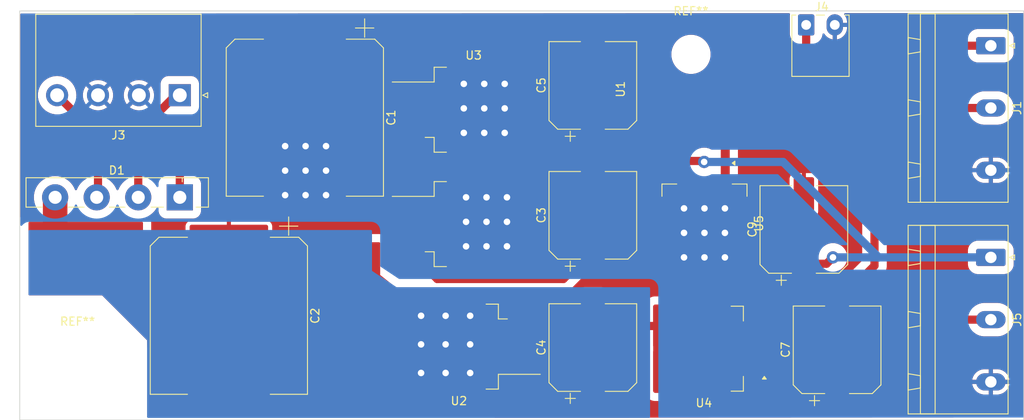
<source format=kicad_pcb>
(kicad_pcb (version 20240108) (generator "pcbnew") (generator_version "8.0")
  (layers (0 "F.Cu" signal) (31 "B.Cu" signal) (34 "B.Paste" user) (35 "F.Paste" user) (36 "B.SilkS" user "B.Silkscreen") (37 "F.SilkS" user "F.Silkscreen") (38 "B.Mask" user) (39 "F.Mask" user) (44 "Edge.Cuts" user))
  (net 0 "")
  (net 1 "Net-(D1-+)")
  (net 2 "GND")
  (net 3 "+24VDC")
  (net 4 "-24VDC")
  (net 5 "-24AC")
  (net 6 "+24AC")
  (net 7 "+24VDC_fan")
  (net 8 "Net-(D1--)")
  (net 9 "-15VDC")
  (net 10 "+15VDC")
  (footprint "Package_TO_SOT_SMD:TO-263-2" (layer "F.Cu") (at 165.649122 81.697 -90)
    (property "Reference" "U5" (at 0 -6.65 90) (layer "F.SilkS"))
    (property "Value" "L7815")
    (fp_line (start -4.825 5.2) (end -4.825 3.39) (stroke (width 0.12)) (layer "F.SilkS"))
    (fp_line (start -3.325 5.2) (end -4.825 5.2) (stroke (width 0.12)) (layer "F.SilkS"))
    (fp_line (start -4.825 -5.2) (end -4.825 -3.39) (stroke (width 0.12)) (layer "F.SilkS"))
    (fp_line (start -3.325 -5.2) (end -4.825 -5.2) (stroke (width 0.12)) (layer "F.SilkS"))
    (fp_poly (pts (xy -7.3875 -3.39) (xy -7.6275 -3.72) (xy -7.1475 -3.72) (xy -7.3875 -3.39)) (stroke (width 0.12)) (fill solid) (layer "F.SilkS"))
    (pad "1" smd roundrect (at -7.65 -2.54 270) (size 4.6 1.1) (layers "F.Cu" "F.Paste" "F.Mask") (roundrect_rratio 0.227273) (net 3 "+24VDC"))
    (pad "2" smd roundrect (at -0.925 -2.775 270) (size 4.55 5.25) (layers "F.Cu" "F.Paste") (roundrect_rratio 0.054945) (net 2 "GND"))
    (pad "2" smd roundrect (at -0.925 2.775 270) (size 4.55 5.25) (layers "F.Cu" "F.Paste") (roundrect_rratio 0.054945) (net 2 "GND"))
    (pad "2" smd roundrect (at 1.5 0 270) (size 9.4 10.8) (layers "F.Cu" "F.Mask") (roundrect_rratio 0.026596) (net 2 "GND"))
    (pad "2" smd roundrect (at 3.925 -2.775 270) (size 4.55 5.25) (layers "F.Cu" "F.Paste") (roundrect_rratio 0.054945) (net 2 "GND"))
    (pad "2" smd roundrect (at 3.925 2.775 270) (size 4.55 5.25) (layers "F.Cu" "F.Paste") (roundrect_rratio 0.054945) (net 2 "GND"))
    (pad "3" smd roundrect (at -7.65 2.54 270) (size 4.6 1.1) (layers "F.Cu" "F.Paste" "F.Mask") (roundrect_rratio 0.227273) (net 10 "+15VDC"))
  )
  (footprint "MountingHole:MountingHole_4.3mm_M4" (layer "F.Cu") (at 164 61)
    (property "Reference" "REF**" (at 0 -5.3 0) (layer "F.SilkS"))
    (property "Value" "MountingHole_4.3mm_M4")
    (pad "" np_thru_hole circle (at 0 0) (size 4.3 4.3) (drill 4.3) (layers "*.Cu" "*.Mask"))
  )
  (footprint "Capacitor_SMD:CP_Elec_18x22" (layer "F.Cu") (at 107.5 93 -90)
    (property "Reference" "C2" (at 0 -10.55 90) (layer "F.SilkS"))
    (property "Value" "3000uF")
    (fp_line (start -8.545563 9.61) (end 9.61 9.61) (stroke (width 0.12)) (layer "F.SilkS"))
    (fp_line (start 9.61 9.61) (end 9.61 5.06) (stroke (width 0.12)) (layer "F.SilkS"))
    (fp_line (start -9.61 8.545563) (end -8.545563 9.61) (stroke (width 0.12)) (layer "F.SilkS"))
    (fp_line (start -9.61 8.545563) (end -9.61 5.06) (stroke (width 0.12)) (layer "F.SilkS"))
    (fp_line (start -12.1 -7.31) (end -9.85 -7.31) (stroke (width 0.12)) (layer "F.SilkS"))
    (fp_line (start -10.975 -8.435) (end -10.975 -6.185) (stroke (width 0.12)) (layer "F.SilkS"))
    (fp_line (start -9.61 -8.545563) (end -9.61 -5.06) (stroke (width 0.12)) (layer "F.SilkS"))
    (fp_line (start -9.61 -8.545563) (end -8.545563 -9.61) (stroke (width 0.12)) (layer "F.SilkS"))
    (fp_line (start -8.545563 -9.61) (end 9.61 -9.61) (stroke (width 0.12)) (layer "F.SilkS"))
    (fp_line (start 9.61 -9.61) (end 9.61 -5.06) (stroke (width 0.12)) (layer "F.SilkS"))
    (pad "1" smd roundrect (at -6.75 0 270) (size 8.8 9.6) (layers "F.Cu" "F.Paste" "F.Mask") (roundrect_rratio 0.028409) (net 2 "GND"))
    (pad "2" smd roundrect (at 6.75 0 270) (size 8.8 9.6) (layers "F.Cu" "F.Paste" "F.Mask") (roundrect_rratio 0.028409) (net 8 "Net-(D1--)"))
  )
  (footprint "Package_TO_SOT_SMD:TO-263-2" (layer "F.Cu") (at 135.625 96.775 180)
    (property "Reference" "U2" (at 0 -6.65 0) (layer "F.SilkS"))
    (property "Value" "MC7924")
    (fp_line (start -3.325 5.2) (end -4.825 5.2) (stroke (width 0.12)) (layer "F.SilkS"))
    (fp_line (start -3.325 -5.2) (end -4.825 -5.2) (stroke (width 0.12)) (layer "F.SilkS"))
    (fp_line (start -4.825 5.2) (end -4.825 3.39) (stroke (width 0.12)) (layer "F.SilkS"))
    (fp_line (start -4.825 3.39) (end -5.925 3.39) (stroke (width 0.12)) (layer "F.SilkS"))
    (fp_line (start -4.825 -3.39) (end -9.95 -3.39) (stroke (width 0.12)) (layer "F.SilkS"))
    (fp_line (start -4.825 -5.2) (end -4.825 -3.39) (stroke (width 0.12)) (layer "F.SilkS"))
    (pad "1" smd roundrect (at -7.65 -2.54 180) (size 4.6 1.1) (layers "F.Cu" "F.Paste" "F.Mask") (roundrect_rratio 0.227273) (net 2 "GND"))
    (pad "2" smd roundrect (at -0.925 -2.775 180) (size 4.55 5.25) (layers "F.Cu" "F.Paste") (roundrect_rratio 0.054945) (net 8 "Net-(D1--)"))
    (pad "2" smd roundrect (at -0.925 2.775 180) (size 4.55 5.25) (layers "F.Cu" "F.Paste") (roundrect_rratio 0.054945) (net 8 "Net-(D1--)"))
    (pad "2" smd roundrect (at 1.5 0 180) (size 9.4 10.8) (layers "F.Cu" "F.Mask") (roundrect_rratio 0.026596) (net 8 "Net-(D1--)"))
    (pad "2" smd roundrect (at 3.925 -2.775 180) (size 4.55 5.25) (layers "F.Cu" "F.Paste") (roundrect_rratio 0.054945) (net 8 "Net-(D1--)"))
    (pad "2" smd roundrect (at 3.925 2.775 180) (size 4.55 5.25) (layers "F.Cu" "F.Paste") (roundrect_rratio 0.054945) (net 8 "Net-(D1--)"))
    (pad "3" smd roundrect (at -7.65 2.54 180) (size 4.6 1.1) (layers "F.Cu" "F.Paste" "F.Mask") (roundrect_rratio 0.227273) (net 4 "-24VDC"))
  )
  (footprint "Connector_THT:Generic_7x7.5mm-footprt_1x02_P3.50mm_Horizontal" (layer "F.Cu") (at 178.082 57.394)
    (property "Reference" "J4" (at 1.9 -2.2 0) (layer "F.SilkS"))
    (property "Value" "Conn_01x02")
    (fp_line (start -1.75 -1.2) (end -1.75 6.3) (stroke (width 0.12)) (layer "F.SilkS"))
    (fp_line (start -1.75 6.3) (end 5.25 6.3) (stroke (width 0.12)) (layer "F.SilkS"))
    (fp_line (start -1.26 -1.2) (end -1.75 -1.2) (stroke (width 0.12)) (layer "F.SilkS"))
    (fp_line (start 1.26 -1.2) (end 2.24 -1.2) (stroke (width 0.12)) (layer "F.SilkS"))
    (fp_line (start 5.25 -1.2) (end 4.76 -1.2) (stroke (width 0.12)) (layer "F.SilkS"))
    (fp_line (start 5.25 6.3) (end 5.25 -1.2) (stroke (width 0.12)) (layer "F.SilkS"))
    (pad "1" thru_hole roundrect (at 0 0) (size 2 2.6) (drill 1.2) (layers "*.Cu" "*.Mask") (roundrect_rratio 0.125) (net 7 "+24VDC_fan"))
    (pad "2" thru_hole oval (at 3.5 0) (size 2 2.6) (drill 1.2) (layers "*.Cu" "*.Mask") (net 2 "GND"))
  )
  (footprint "Capacitor_SMD:CP_Elec_10x10.5" (layer "F.Cu") (at 152 64.8 90)
    (property "Reference" "C5" (at 0 -6.3 90) (layer "F.SilkS"))
    (property "Value" "220uF")
    (fp_line (start 5.36 -5.36) (end 5.36 -1.51) (stroke (width 0.12)) (layer "F.SilkS"))
    (fp_line (start -4.295563 -5.36) (end 5.36 -5.36) (stroke (width 0.12)) (layer "F.SilkS"))
    (fp_line (start -5.36 -4.295563) (end -4.295563 -5.36) (stroke (width 0.12)) (layer "F.SilkS"))
    (fp_line (start -5.36 -4.295563) (end -5.36 -1.51) (stroke (width 0.12)) (layer "F.SilkS"))
    (fp_line (start -6.225 -3.385) (end -6.225 -2.135) (stroke (width 0.12)) (layer "F.SilkS"))
    (fp_line (start -6.85 -2.76) (end -5.6 -2.76) (stroke (width 0.12)) (layer "F.SilkS"))
    (fp_line (start -5.36 4.295563) (end -5.36 1.51) (stroke (width 0.12)) (layer "F.SilkS"))
    (fp_line (start -5.36 4.295563) (end -4.295563 5.36) (stroke (width 0.12)) (layer "F.SilkS"))
    (fp_line (start 5.36 5.36) (end 5.36 1.51) (stroke (width 0.12)) (layer "F.SilkS"))
    (fp_line (start -4.295563 5.36) (end 5.36 5.36) (stroke (width 0.12)) (layer "F.SilkS"))
    (pad "1" smd roundrect (at -4.2 0 90) (size 4.4 2.5) (layers "F.Cu" "F.Paste" "F.Mask") (roundrect_rratio 0.1) (net 7 "+24VDC_fan"))
    (pad "2" smd roundrect (at 4.2 0 90) (size 4.4 2.5) (layers "F.Cu" "F.Paste" "F.Mask") (roundrect_rratio 0.1) (net 2 "GND"))
  )
  (footprint "Connector_THT:Generic_pin-to-housing_1x04_P5.00mm_Horizontal" (layer "F.Cu") (at 101.5 66 180)
    (property "Reference" "J3" (at 7.5 -4.9 0) (layer "F.SilkS"))
    (property "Value" "Conn_01x04_Pin")
    (fp_line (start 17.61 9.91) (end 17.61 -3.81) (stroke (width 0.12)) (layer "F.SilkS"))
    (fp_line (start 17.61 -3.81) (end -2.61 -3.81) (stroke (width 0.12)) (layer "F.SilkS"))
    (fp_line (start -2.61 9.91) (end 17.61 9.91) (stroke (width 0.12)) (layer "F.SilkS"))
    (fp_line (start -2.61 -3.81) (end -2.61 9.91) (stroke (width 0.12)) (layer "F.SilkS"))
    (fp_line (start -2.81 0) (end -3.41 0.3) (stroke (width 0.12)) (layer "F.SilkS"))
    (fp_line (start -3.41 0.3) (end -3.41 -0.3) (stroke (width 0.12)) (layer "F.SilkS"))
    (fp_line (start -3.41 -0.3) (end -2.81 0) (stroke (width 0.12)) (layer "F.SilkS"))
    (pad "1" thru_hole rect (at 0 0 180) (size 2.7 2.7) (drill 1.7) (layers "*.Cu" "*.Mask") (net 5 "-24AC"))
    (pad "2" thru_hole circle (at 5 0 180) (size 2.7 2.7) (drill 1.7) (layers "*.Cu" "*.Mask") (net 2 "GND"))
    (pad "3" thru_hole circle (at 10 0 180) (size 2.7 2.7) (drill 1.7) (layers "*.Cu" "*.Mask") (net 2 "GND"))
    (pad "4" thru_hole circle (at 15 0 180) (size 2.7 2.7) (drill 1.7) (layers "*.Cu" "*.Mask") (net 6 "+24AC"))
  )
  (footprint "Package_TO_SOT_SMD:TO-263-2" (layer "F.Cu") (at 137.425 81.775)
    (property "Reference" "U1" (at 17.964 -16.508 90) (layer "F.SilkS"))
    (property "Value" "MC7824")
    (fp_line (start -4.825 -5.2) (end -4.825 -3.39) (stroke (width 0.12)) (layer "F.SilkS"))
    (fp_line (start -4.825 -3.39) (end -9.95 -3.39) (stroke (width 0.12)) (layer "F.SilkS"))
    (fp_line (start -4.825 3.39) (end -5.925 3.39) (stroke (width 0.12)) (layer "F.SilkS"))
    (fp_line (start -4.825 5.2) (end -4.825 3.39) (stroke (width 0.12)) (layer "F.SilkS"))
    (fp_line (start -3.325 -5.2) (end -4.825 -5.2) (stroke (width 0.12)) (layer "F.SilkS"))
    (fp_line (start -3.325 5.2) (end -4.825 5.2) (stroke (width 0.12)) (layer "F.SilkS"))
    (pad "1" smd roundrect (at -7.65 -2.54) (size 4.6 1.1) (layers "F.Cu" "F.Paste" "F.Mask") (roundrect_rratio 0.227273) (net 1 "Net-(D1-+)"))
    (pad "2" smd roundrect (at -0.925 -2.775) (size 4.55 5.25) (layers "F.Cu" "F.Paste") (roundrect_rratio 0.054945) (net 2 "GND"))
    (pad "2" smd roundrect (at -0.925 2.775) (size 4.55 5.25) (layers "F.Cu" "F.Paste") (roundrect_rratio 0.054945) (net 2 "GND"))
    (pad "2" smd roundrect (at 1.5 0) (size 9.4 10.8) (layers "F.Cu" "F.Mask") (roundrect_rratio 0.026596) (net 2 "GND"))
    (pad "2" smd roundrect (at 3.925 -2.775) (size 4.55 5.25) (layers "F.Cu" "F.Paste") (roundrect_rratio 0.054945) (net 2 "GND"))
    (pad "2" smd roundrect (at 3.925 2.775) (size 4.55 5.25) (layers "F.Cu" "F.Paste") (roundrect_rratio 0.054945) (net 2 "GND"))
    (pad "3" smd roundrect (at -7.65 2.54) (size 4.6 1.1) (layers "F.Cu" "F.Paste" "F.Mask") (roundrect_rratio 0.227273) (net 3 "+24VDC"))
  )
  (footprint "Package_TO_SOT_SMD:TO-263-2" (layer "F.Cu") (at 137.425 67.775)
    (property "Reference" "U3" (at 0 -6.65 0) (layer "F.SilkS"))
    (property "Value" "MC7824")
    (fp_line (start -4.825 -5.2) (end -4.825 -3.39) (stroke (width 0.12)) (layer "F.SilkS"))
    (fp_line (start -4.825 -3.39) (end -9.95 -3.39) (stroke (width 0.12)) (layer "F.SilkS"))
    (fp_line (start -4.825 3.39) (end -5.925 3.39) (stroke (width 0.12)) (layer "F.SilkS"))
    (fp_line (start -4.825 5.2) (end -4.825 3.39) (stroke (width 0.12)) (layer "F.SilkS"))
    (fp_line (start -3.325 -5.2) (end -4.825 -5.2) (stroke (width 0.12)) (layer "F.SilkS"))
    (fp_line (start -3.325 5.2) (end -4.825 5.2) (stroke (width 0.12)) (layer "F.SilkS"))
    (pad "1" smd roundrect (at -7.65 -2.54) (size 4.6 1.1) (layers "F.Cu" "F.Paste" "F.Mask") (roundrect_rratio 0.227273) (net 1 "Net-(D1-+)"))
    (pad "2" smd roundrect (at -0.925 -2.775) (size 4.55 5.25) (layers "F.Cu" "F.Paste") (roundrect_rratio 0.054945) (net 2 "GND"))
    (pad "2" smd roundrect (at -0.925 2.775) (size 4.55 5.25) (layers "F.Cu" "F.Paste") (roundrect_rratio 0.054945) (net 2 "GND"))
    (pad "2" smd roundrect (at 1.5 0) (size 9.4 10.8) (layers "F.Cu" "F.Mask") (roundrect_rratio 0.026596) (net 2 "GND"))
    (pad "2" smd roundrect (at 3.925 -2.775) (size 4.55 5.25) (layers "F.Cu" "F.Paste") (roundrect_rratio 0.054945) (net 2 "GND"))
    (pad "2" smd roundrect (at 3.925 2.775) (size 4.55 5.25) (layers "F.Cu" "F.Paste") (roundrect_rratio 0.054945) (net 2 "GND"))
    (pad "3" smd roundrect (at -7.65 2.54) (size 4.6 1.1) (layers "F.Cu" "F.Paste" "F.Mask") (roundrect_rratio 0.227273) (net 7 "+24VDC_fan"))
  )
  (footprint "Capacitor_SMD:CP_Elec_10x10.5" (layer "F.Cu") (at 177.8 82.432 90)
    (property "Reference" "C9" (at 0 -6.3 90) (layer "F.SilkS"))
    (property "Value" "220uF")
    (fp_line (start 5.36 -5.36) (end 5.36 -1.51) (stroke (width 0.12)) (layer "F.SilkS"))
    (fp_line (start -4.295563 -5.36) (end 5.36 -5.36) (stroke (width 0.12)) (layer "F.SilkS"))
    (fp_line (start -5.36 -4.295563) (end -4.295563 -5.36) (stroke (width 0.12)) (layer "F.SilkS"))
    (fp_line (start -5.36 -4.295563) (end -5.36 -1.51) (stroke (width 0.12)) (layer "F.SilkS"))
    (fp_line (start -6.225 -3.385) (end -6.225 -2.135) (stroke (width 0.12)) (layer "F.SilkS"))
    (fp_line (start -6.85 -2.76) (end -5.6 -2.76) (stroke (width 0.12)) (layer "F.SilkS"))
    (fp_line (start -5.36 4.295563) (end -5.36 1.51) (stroke (width 0.12)) (layer "F.SilkS"))
    (fp_line (start -5.36 4.295563) (end -4.295563 5.36) (stroke (width 0.12)) (layer "F.SilkS"))
    (fp_line (start 5.36 5.36) (end 5.36 1.51) (stroke (width 0.12)) (layer "F.SilkS"))
    (fp_line (start -4.295563 5.36) (end 5.36 5.36) (stroke (width 0.12)) (layer "F.SilkS"))
    (pad "1" smd roundrect (at -4.2 0 90) (size 4.4 2.5) (layers "F.Cu" "F.Paste" "F.Mask") (roundrect_rratio 0.1) (net 10 "+15VDC"))
    (pad "2" smd roundrect (at 4.2 0 90) (size 4.4 2.5) (layers "F.Cu" "F.Paste" "F.Mask") (roundrect_rratio 0.1) (net 2 "GND"))
  )
  (footprint "Package_TO_SOT_SMD:TO-263-2" (layer "F.Cu") (at 165.578 97.028 180)
    (property "Reference" "U4" (at 0 -6.65 0) (layer "F.SilkS"))
    (property "Value" "MC7915")
    (fp_line (start -3.325 5.2) (end -4.825 5.2) (stroke (width 0.12)) (layer "F.SilkS"))
    (fp_line (start -3.325 -5.2) (end -4.825 -5.2) (stroke (width 0.12)) (layer "F.SilkS"))
    (fp_line (start -4.825 5.2) (end -4.825 3.39) (stroke (width 0.12)) (layer "F.SilkS"))
    (fp_line (start -4.825 -5.2) (end -4.825 -3.39) (stroke (width 0.12)) (layer "F.SilkS"))
    (fp_poly (pts (xy -7.3875 -3.39) (xy -7.6275 -3.72) (xy -7.1475 -3.72) (xy -7.3875 -3.39)) (stroke (width 0.12)) (fill solid) (layer "F.SilkS"))
    (pad "1" smd roundrect (at -7.65 -2.54 180) (size 4.6 1.1) (layers "F.Cu" "F.Paste" "F.Mask") (roundrect_rratio 0.227273) (net 2 "GND"))
    (pad "2" smd roundrect (at -0.925 -2.775 180) (size 4.55 5.25) (layers "F.Cu" "F.Paste") (roundrect_rratio 0.054945) (net 4 "-24VDC"))
    (pad "2" smd roundrect (at -0.925 2.775 180) (size 4.55 5.25) (layers "F.Cu" "F.Paste") (roundrect_rratio 0.054945) (net 4 "-24VDC"))
    (pad "2" smd roundrect (at 1.5 0 180) (size 9.4 10.8) (layers "F.Cu" "F.Mask") (roundrect_rratio 0.026596) (net 4 "-24VDC"))
    (pad "2" smd roundrect (at 3.925 -2.775 180) (size 4.55 5.25) (layers "F.Cu" "F.Paste") (roundrect_rratio 0.054945) (net 4 "-24VDC"))
    (pad "2" smd roundrect (at 3.925 2.775 180) (size 4.55 5.25) (layers "F.Cu" "F.Paste") (roundrect_rratio 0.054945) (net 4 "-24VDC"))
    (pad "3" smd roundrect (at -7.65 2.54 180) (size 4.6 1.1) (layers "F.Cu" "F.Paste" "F.Mask") (roundrect_rratio 0.227273) (net 9 "-15VDC"))
  )
  (footprint "Capacitor_SMD:CP_Elec_18x22" (layer "F.Cu") (at 116.79 68.75 -90)
    (property "Reference" "C1" (at 0 -10.55 90) (layer "F.SilkS"))
    (property "Value" "3000uF")
    (fp_line (start -8.545563 9.61) (end 9.61 9.61) (stroke (width 0.12)) (layer "F.SilkS"))
    (fp_line (start 9.61 9.61) (end 9.61 5.06) (stroke (width 0.12)) (layer "F.SilkS"))
    (fp_line (start -9.61 8.545563) (end -8.545563 9.61) (stroke (width 0.12)) (layer "F.SilkS"))
    (fp_line (start -9.61 8.545563) (end -9.61 5.06) (stroke (width 0.12)) (layer "F.SilkS"))
    (fp_line (start -12.1 -7.31) (end -9.85 -7.31) (stroke (width 0.12)) (layer "F.SilkS"))
    (fp_line (start -10.975 -8.435) (end -10.975 -6.185) (stroke (width 0.12)) (layer "F.SilkS"))
    (fp_line (start -9.61 -8.545563) (end -9.61 -5.06) (stroke (width 0.12)) (layer "F.SilkS"))
    (fp_line (start -9.61 -8.545563) (end -8.545563 -9.61) (stroke (width 0.12)) (layer "F.SilkS"))
    (fp_line (start -8.545563 -9.61) (end 9.61 -9.61) (stroke (width 0.12)) (layer "F.SilkS"))
    (fp_line (start 9.61 -9.61) (end 9.61 -5.06) (stroke (width 0.12)) (layer "F.SilkS"))
    (pad "1" smd roundrect (at -6.75 0 270) (size 8.8 9.6) (layers "F.Cu" "F.Paste" "F.Mask") (roundrect_rratio 0.028409) (net 1 "Net-(D1-+)"))
    (pad "2" smd roundrect (at 6.75 0 270) (size 8.8 9.6) (layers "F.Cu" "F.Paste" "F.Mask") (roundrect_rratio 0.028409) (net 2 "GND"))
  )
  (footprint "Capacitor_SMD:CP_Elec_10x10.5" (layer "F.Cu") (at 152 96.89 90)
    (property "Reference" "C4" (at 0 -6.3 90) (layer "F.SilkS"))
    (property "Value" "220uF")
    (fp_line (start 5.36 -5.36) (end 5.36 -1.51) (stroke (width 0.12)) (layer "F.SilkS"))
    (fp_line (start -4.295563 -5.36) (end 5.36 -5.36) (stroke (width 0.12)) (layer "F.SilkS"))
    (fp_line (start -5.36 -4.295563) (end -4.295563 -5.36) (stroke (width 0.12)) (layer "F.SilkS"))
    (fp_line (start -5.36 -4.295563) (end -5.36 -1.51) (stroke (width 0.12)) (layer "F.SilkS"))
    (fp_line (start -6.225 -3.385) (end -6.225 -2.135) (stroke (width 0.12)) (layer "F.SilkS"))
    (fp_line (start -6.85 -2.76) (end -5.6 -2.76) (stroke (width 0.12)) (layer "F.SilkS"))
    (fp_line (start -5.36 4.295563) (end -5.36 1.51) (stroke (width 0.12)) (layer "F.SilkS"))
    (fp_line (start -5.36 4.295563) (end -4.295563 5.36) (stroke (width 0.12)) (layer "F.SilkS"))
    (fp_line (start 5.36 5.36) (end 5.36 1.51) (stroke (width 0.12)) (layer "F.SilkS"))
    (fp_line (start -4.295563 5.36) (end 5.36 5.36) (stroke (width 0.12)) (layer "F.SilkS"))
    (pad "1" smd roundrect (at -4.2 0 90) (size 4.4 2.5) (layers "F.Cu" "F.Paste" "F.Mask") (roundrect_rratio 0.1) (net 2 "GND"))
    (pad "2" smd roundrect (at 4.2 0 90) (size 4.4 2.5) (layers "F.Cu" "F.Paste" "F.Mask") (roundrect_rratio 0.1) (net 4 "-24VDC"))
  )
  (footprint "MountingHole:MountingHole_4.3mm_M4" (layer "F.Cu") (at 89 99)
    (property "Reference" "REF**" (at 0 -5.3 0) (layer "F.SilkS"))
    (property "Value" "MountingHole_4.3mm_M4")
    (pad "" np_thru_hole circle (at 0 0) (size 4.3 4.3) (drill 4.3) (layers "F&B.Cu" "*.Mask"))
  )
  (footprint "Capacitor_SMD:CP_Elec_10x10.5" (layer "F.Cu") (at 181.864 97.164 90)
    (property "Reference" "C7" (at 0 -6.3 90) (layer "F.SilkS"))
    (property "Value" "220uF")
    (fp_line (start 5.36 -5.36) (end 5.36 -1.51) (stroke (width 0.12)) (layer "F.SilkS"))
    (fp_line (start -4.295563 -5.36) (end 5.36 -5.36) (stroke (width 0.12)) (layer "F.SilkS"))
    (fp_line (start -5.36 -4.295563) (end -4.295563 -5.36) (stroke (width 0.12)) (layer "F.SilkS"))
    (fp_line (start -5.36 -4.295563) (end -5.36 -1.51) (stroke (width 0.12)) (layer "F.SilkS"))
    (fp_line (start -6.225 -3.385) (end -6.225 -2.135) (stroke (width 0.12)) (layer "F.SilkS"))
    (fp_line (start -6.85 -2.76) (end -5.6 -2.76) (stroke (width 0.12)) (layer "F.SilkS"))
    (fp_line (start -5.36 4.295563) (end -5.36 1.51) (stroke (width 0.12)) (layer "F.SilkS"))
    (fp_line (start -5.36 4.295563) (end -4.295563 5.36) (stroke (width 0.12)) (layer "F.SilkS"))
    (fp_line (start 5.36 5.36) (end 5.36 1.51) (stroke (width 0.12)) (layer "F.SilkS"))
    (fp_line (start -4.295563 5.36) (end 5.36 5.36) (stroke (width 0.12)) (layer "F.SilkS"))
    (pad "1" smd roundrect (at -4.2 0 90) (size 4.4 2.5) (layers "F.Cu" "F.Paste" "F.Mask") (roundrect_rratio 0.1) (net 2 "GND"))
    (pad "2" smd roundrect (at 4.2 0 90) (size 4.4 2.5) (layers "F.Cu" "F.Paste" "F.Mask") (roundrect_rratio 0.1) (net 9 "-15VDC"))
  )
  (footprint "Connector_Phoenix_GMSTB:PhoenixContact_GMSTBA_2,5_3-G-7,62_1x03_P7.62mm_Horizontal" (layer "F.Cu") (at 200.66 85.852 -90)
    (property "Reference" "J5" (at 7.62 -3.2 90) (layer "F.SilkS"))
    (property "Value" "Conn_01x03_Pin")
    (fp_line (start -3.92 10.11) (end 19.16 10.11) (stroke (width 0.12)) (layer "F.SilkS"))
    (fp_line (start -1 10.11) (end 1 10.11) (stroke (width 0.12)) (layer "F.SilkS"))
    (fp_line (start 1 10.11) (end 0.75 8.61) (stroke (width 0.12)) (layer "F.SilkS"))
    (fp_line (start 6.62 10.11) (end 8.62 10.11) (stroke (width 0.12)) (layer "F.SilkS"))
    (fp_line (start 8.62 10.11) (end 8.37 8.61) (stroke (width 0.12)) (layer "F.SilkS"))
    (fp_line (start 14.24 10.11) (end 16.24 10.11) (stroke (width 0.12)) (layer "F.SilkS"))
    (fp_line (start 16.24 10.11) (end 15.99 8.61) (stroke (width 0.12)) (layer "F.SilkS"))
    (fp_line (start 19.16 10.11) (end 19.16 -2.11) (stroke (width 0.12)) (layer "F.SilkS"))
    (fp_line (start -3.92 8.61) (end -3.92 6.81) (stroke (width 0.12)) (layer "F.SilkS"))
    (fp_line (start -0.75 8.61) (end -1 10.11) (stroke (width 0.12)) (layer "F.SilkS"))
    (fp_line (start 0.75 8.61) (end -0.75 8.61) (stroke (width 0.12)) (layer "F.SilkS"))
    (fp_line (start 6.87 8.61) (end 6.62 10.11) (stroke (width 0.12)) (layer "F.SilkS"))
    (fp_line (start 8.37 8.61) (end 6.87 8.61) (stroke (width 0.12)) (layer "F.SilkS"))
    (fp_line (start 14.49 8.61) (end 14.24 10.11) (stroke (width 0.12)) (layer "F.SilkS"))
    (fp_line (start 15.99 8.61) (end 14.49 8.61) (stroke (width 0.12)) (layer "F.SilkS"))
    (fp_line (start 19.16 8.61) (end -3.92 8.61) (stroke (width 0.12)) (layer "F.SilkS"))
    (fp_line (start -3.92 6.81) (end 19.16 6.81) (stroke (width 0.12)) (layer "F.SilkS"))
    (fp_line (start 19.16 6.81) (end 19.16 8.61) (stroke (width 0.12)) (layer "F.SilkS"))
    (fp_line (start -3.92 -2.11) (end -3.92 10.11) (stroke (width 0.12)) (layer "F.SilkS"))
    (fp_line (start 19.16 -2.11) (end -3.92 -2.11) (stroke (width 0.12)) (layer "F.SilkS"))
    (fp_line (start 0 -2.31) (end -0.3 -2.91) (stroke (width 0.12)) (layer "F.SilkS"))
    (fp_line (start -0.3 -2.91) (end 0.3 -2.91) (stroke (width 0.12)) (layer "F.SilkS"))
    (fp_line (start 0.3 -2.91) (end 0 -2.31) (stroke (width 0.12)) (layer "F.SilkS"))
    (pad "1" thru_hole roundrect (at 0 0 270) (size 2.1 3.6) (drill 1.4) (layers "*.Cu" "*.Mask") (roundrect_rratio 0.119048) (net 10 "+15VDC"))
    (pad "2" thru_hole oval (at 7.62 0 270) (size 2.1 3.6) (drill 1.4) (layers "*.Cu" "*.Mask") (net 9 "-15VDC"))
    (pad "3" thru_hole oval (at 15.24 0 270) (size 2.1 3.6) (drill 1.4) (layers "*.Cu" "*.Mask") (net 2 "GND"))
  )
  (footprint "Diode_THT:Diode_Bridge_Vishay_GBU" (layer "F.Cu") (at 101.5 78.5 180)
    (property "Reference" "D1" (at 7.7 3.3 0) (layer "F.SilkS"))
    (property "Value" "GBU4A")
    (fp_line (start 18.8 2.4) (end -3.5 2.4) (stroke (width 0.12)) (layer "F.SilkS"))
    (fp_line (start 18.8 -1.2) (end 18.8 2.4) (stroke (width 0.12)) (layer "F.SilkS"))
    (fp_line (start 16.8 -1.2) (end 18.8 -1.2) (stroke (width 0.12)) (layer "F.SilkS"))
    (fp_line (start 11.7 -1.2) (end 13.7 -1.2) (stroke (width 0.12)) (layer "F.SilkS"))
    (fp_line (start 6.7 -1.2) (end 8.6 -1.2) (stroke (width 0.12)) (layer "F.SilkS"))
    (fp_line (start 2 -1.2) (end 3.5 -1.2) (stroke (width 0.12)) (layer "F.SilkS"))
    (fp_line (start -0.3 2.4) (end -0.3 1.9) (stroke (width 0.12)) (layer "F.SilkS"))
    (fp_line (start -3.5 2.4) (end -3.5 -1.2) (stroke (width 0.12)) (layer "F.SilkS"))
    (fp_line (start -3.5 -1.2) (end -2 -1.2) (stroke (width 0.12)) (layer "F.SilkS"))
    (pad "1" thru_hole rect (at 0 0 180) (size 3.2 3.2) (drill 1.6) (layers "*.Cu" "*.Mask") (net 1 "Net-(D1-+)"))
    (pad "2" thru_hole circle (at 5.08 0 180) (size 3.2 3.2) (drill 1.6) (layers "*.Cu" "*.Mask") (net 5 "-24AC"))
    (pad "3" thru_hole circle (at 10.16 0 180) (size 3.2 3.2) (drill 1.6) (layers "*.Cu" "*.Mask") (net 6 "+24AC"))
    (pad "4" thru_hole circle (at 15.24 0 180) (size 3.2 3.2) (drill 1.6) (layers "*.Cu" "*.Mask") (net 8 "Net-(D1--)"))
  )
  (footprint "Connector_Phoenix_GMSTB:PhoenixContact_GMSTBA_2,5_3-G-7,62_1x03_P7.62mm_Horizontal" (layer "F.Cu") (at 200.66 59.944 -90)
    (property "Reference" "J1" (at 7.62 -3.2 -90) (layer "F.SilkS"))
    (property "Value" "Conn_01x03_Pin")
    (fp_line (start -3.92 10.11) (end 19.16 10.11) (stroke (width 0.12)) (layer "F.SilkS"))
    (fp_line (start -1 10.11) (end 1 10.11) (stroke (width 0.12)) (layer "F.SilkS"))
    (fp_line (start 1 10.11) (end 0.75 8.61) (stroke (width 0.12)) (layer "F.SilkS"))
    (fp_line (start 6.62 10.11) (end 8.62 10.11) (stroke (width 0.12)) (layer "F.SilkS"))
    (fp_line (start 8.62 10.11) (end 8.37 8.61) (stroke (width 0.12)) (layer "F.SilkS"))
    (fp_line (start 14.24 10.11) (end 16.24 10.11) (stroke (width 0.12)) (layer "F.SilkS"))
    (fp_line (start 16.24 10.11) (end 15.99 8.61) (stroke (width 0.12)) (layer "F.SilkS"))
    (fp_line (start 19.16 10.11) (end 19.16 -2.11) (stroke (width 0.12)) (layer "F.SilkS"))
    (fp_line (start -3.92 8.61) (end -3.92 6.81) (stroke (width 0.12)) (layer "F.SilkS"))
    (fp_line (start -0.75 8.61) (end -1 10.11) (stroke (width 0.12)) (layer "F.SilkS"))
    (fp_line (start 0.75 8.61) (end -0.75 8.61) (stroke (width 0.12)) (layer "F.SilkS"))
    (fp_line (start 6.87 8.61) (end 6.62 10.11) (stroke (width 0.12)) (layer "F.SilkS"))
    (fp_line (start 8.37 8.61) (end 6.87 8.61) (stroke (width 0.12)) (layer "F.SilkS"))
    (fp_line (start 14.49 8.61) (end 14.24 10.11) (stroke (width 0.12)) (layer "F.SilkS"))
    (fp_line (start 15.99 8.61) (end 14.49 8.61) (stroke (width 0.12)) (layer "F.SilkS"))
    (fp_line (start 19.16 8.61) (end -3.92 8.61) (stroke (width 0.12)) (layer "F.SilkS"))
    (fp_line (start -3.92 6.81) (end 19.16 6.81) (stroke (width 0.12)) (layer "F.SilkS"))
    (fp_line (start 19.16 6.81) (end 19.16 8.61) (stroke (width 0.12)) (layer "F.SilkS"))
    (fp_line (start -3.92 -2.11) (end -3.92 10.11) (stroke (width 0.12)) (layer "F.SilkS"))
    (fp_line (start 19.16 -2.11) (end -3.92 -2.11) (stroke (width 0.12)) (layer "F.SilkS"))
    (fp_line (start 0 -2.31) (end -0.3 -2.91) (stroke (width 0.12)) (layer "F.SilkS"))
    (fp_line (start -0.3 -2.91) (end 0.3 -2.91) (stroke (width 0.12)) (layer "F.SilkS"))
    (fp_line (start 0.3 -2.91) (end 0 -2.31) (stroke (width 0.12)) (layer "F.SilkS"))
    (pad "1" thru_hole roundrect (at 0 0 270) (size 2.1 3.6) (drill 1.4) (layers "*.Cu" "*.Mask") (roundrect_rratio 0.119048) (net 3 "+24VDC"))
    (pad "2" thru_hole oval (at 7.62 0 270) (size 2.1 3.6) (drill 1.4) (layers "*.Cu" "*.Mask") (net 4 "-24VDC"))
    (pad "3" thru_hole oval (at 15.24 0 270) (size 2.1 3.6) (drill 1.4) (layers "*.Cu" "*.Mask") (net 2 "GND"))
  )
  (footprint "Capacitor_SMD:CP_Elec_10x10.5" (layer "F.Cu") (at 152 80.7 90)
    (property "Reference" "C3" (at 0 -6.3 90) (layer "F.SilkS"))
    (property "Value" "220uF")
    (fp_line (start 5.36 -5.36) (end 5.36 -1.51) (stroke (width 0.12)) (layer "F.SilkS"))
    (fp_line (start -4.295563 -5.36) (end 5.36 -5.36) (stroke (width 0.12)) (layer "F.SilkS"))
    (fp_line (start -5.36 -4.295563) (end -4.295563 -5.36) (stroke (width 0.12)) (layer "F.SilkS"))
    (fp_line (start -5.36 -4.295563) (end -5.36 -1.51) (stroke (width 0.12)) (layer "F.SilkS"))
    (fp_line (start -6.225 -3.385) (end -6.225 -2.135) (stroke (width 0.12)) (layer "F.SilkS"))
    (fp_line (start -6.85 -2.76) (end -5.6 -2.76) (stroke (width 0.12)) (layer "F.SilkS"))
    (fp_line (start -5.36 4.295563) (end -5.36 1.51) (stroke (width 0.12)) (layer "F.SilkS"))
    (fp_line (start -5.36 4.295563) (end -4.295563 5.36) (stroke (width 0.12)) (layer "F.SilkS"))
    (fp_line (start 5.36 5.36) (end 5.36 1.51) (stroke (width 0.12)) (layer "F.SilkS"))
    (fp_line (start -4.295563 5.36) (end 5.36 5.36) (stroke (width 0.12)) (layer "F.SilkS"))
    (pad "1" smd roundrect (at -4.2 0 90) (size 4.4 2.5) (layers "F.Cu" "F.Paste" "F.Mask") (roundrect_rratio 0.1) (net 3 "+24VDC"))
    (pad "2" smd roundrect (at 4.2 0 90) (size 4.4 2.5) (layers "F.Cu" "F.Paste" "F.Mask") (roundrect_rratio 0.1) (net 2 "GND"))
  )
  (gr_rect (start 81.93 55.68) (end 204.68 105.75) (stroke (width 0.1)) (fill none) (layer "Edge.Cuts"))
  (segment (start 120.025 65.235) (end 116.79 62) (width 1) (layer "F.Cu") (net 1))
  (segment (start 105.5 64.8019) (end 108.3019 62) (width 1) (layer "F.Cu") (net 1))
  (segment (start 125.5 65.235) (end 125.5 74.96) (width 1) (layer "F.Cu") (net 1))
  (segment (start 101.5 78.5) (end 101.5 75.5) (width 1) (layer "F.Cu") (net 1))
  (segment (start 126.4446 65.235) (end 120.025 65.235) (width 1) (layer "F.Cu") (net 1))
  (segment (start 105.5 71.5) (end 105.5 64.8019) (width 1) (layer "F.Cu") (net 1))
  (segment (start 129.775 65.235) (end 126.4446 65.235) (width 1) (layer "F.Cu") (net 1))
  (segment (start 108.3019 62) (end 116.79 62) (width 1) (layer "F.Cu") (net 1))
  (segment (start 101.5 75.5) (end 105.5 71.5) (width 1) (layer "F.Cu") (net 1))
  (segment (start 125.5 74.96) (end 129.775 79.235) (width 1) (layer "F.Cu") (net 1))
  (via (at 114.38 72.232) (size 1.5) (drill 0.8) (layers "F.Cu" "B.Cu") (net 2))
  (via (at 138.724 67.612) (size 1.5) (drill 0.8) (layers "F.Cu" "B.Cu") (net 2))
  (via (at 138.724 64.612) (size 1.5) (drill 0.8) (layers "F.Cu" "B.Cu") (net 2))
  (via (at 136.5 78.5) (size 1.5) (drill 0.8) (layers "F.Cu" "B.Cu") (net 2))
  (via (at 163.148 79.852) (size 1.5) (drill 0.8) (layers "F.Cu" "B.Cu") (net 2))
  (via (at 141.224 67.612) (size 1.5) (drill 0.8) (layers "F.Cu" "B.Cu") (net 2))
  (via (at 116.88 78.232) (size 1.5) (drill 0.8) (layers "F.Cu" "B.Cu") (net 2))
  (via (at 136.5 81.5) (size 1.5) (drill 0.8) (layers "F.Cu" "B.Cu") (net 2))
  (via (at 141.224 70.612) (size 1.5) (drill 0.8) (layers "F.Cu" "B.Cu") (net 2))
  (via (at 141.5 84.5) (size 1.5) (drill 0.8) (layers "F.Cu" "B.Cu") (net 2))
  (via (at 139 84.5) (size 1.5) (drill 0.8) (layers "F.Cu" "B.Cu") (net 2))
  (via (at 138.724 70.612) (size 1.5) (drill 0.8) (layers "F.Cu" "B.Cu") (net 2))
  (via (at 116.88 72.232) (size 1.5) (drill 0.8) (layers "F.Cu" "B.Cu") (net 2))
  (via (at 119.38 78.232) (size 1.5) (drill 0.8) (layers "F.Cu" "B.Cu") (net 2))
  (via (at 139 81.5) (size 1.5) (drill 0.8) (layers "F.Cu" "B.Cu") (net 2))
  (via (at 141.5 78.5) (size 1.5) (drill 0.8) (layers "F.Cu" "B.Cu") (net 2))
  (via (at 114.38 75.232) (size 1.5) (drill 0.8) (layers "F.Cu" "B.Cu") (net 2))
  (via (at 119.38 75.232) (size 1.5) (drill 0.8) (layers "F.Cu" "B.Cu") (net 2))
  (via (at 136.5 84.5) (size 1.5) (drill 0.8) (layers "F.Cu" "B.Cu") (net 2))
  (via (at 139 78.5) (size 1.5) (drill 0.8) (layers "F.Cu" "B.Cu") (net 2))
  (via (at 119.38 72.232) (size 1.5) (drill 0.8) (layers "F.Cu" "B.Cu") (net 2))
  (via (at 163.148 85.852) (size 1.5) (drill 0.8) (layers "F.Cu" "B.Cu") (net 2))
  (via (at 136.224 67.612) (size 1.5) (drill 0.8) (layers "F.Cu" "B.Cu") (net 2))
  (via (at 168.148 85.852) (size 1.5) (drill 0.8) (layers "F.Cu" "B.Cu") (net 2))
  (via (at 165.648 79.852) (size 1.5) (drill 0.8) (layers "F.Cu" "B.Cu") (net 2))
  (via (at 136.224 64.612) (size 1.5) (drill 0.8) (layers "F.Cu" "B.Cu") (net 2))
  (via (at 168.148 79.852) (size 1.5) (drill 0.8) (layers "F.Cu" "B.Cu") (net 2))
  (via (at 165.648 85.852) (size 1.5) (drill 0.8) (layers "F.Cu" "B.Cu") (net 2))
  (via (at 141.224 64.612) (size 1.5) (drill 0.8) (layers "F.Cu" "B.Cu") (net 2))
  (via (at 114.38 78.232) (size 1.5) (drill 0.8) (layers "F.Cu" "B.Cu") (net 2))
  (via (at 141.5 81.5) (size 1.5) (drill 0.8) (layers "F.Cu" "B.Cu") (net 2))
  (via (at 136.224 70.612) (size 1.5) (drill 0.8) (layers "F.Cu" "B.Cu") (net 2))
  (via (at 163.148 82.852) (size 1.5) (drill 0.8) (layers "F.Cu" "B.Cu") (net 2))
  (via (at 168.148 82.852) (size 1.5) (drill 0.8) (layers "F.Cu" "B.Cu") (net 2))
  (via (at 116.88 75.232) (size 1.5) (drill 0.8) (layers "F.Cu" "B.Cu") (net 2))
  (via (at 165.648 82.852) (size 1.5) (drill 0.8) (layers "F.Cu" "B.Cu") (net 2))
  (segment (start 132.98 88.5) (end 129.775 85.295) (width 1) (layer "F.Cu") (net 3))
  (segment (start 180.848 69.596) (end 170.18 69.596) (width 1) (layer "F.Cu") (net 3))
  (segment (start 129.775 85.295) (end 129.775 84.315) (width 1) (layer "F.Cu") (net 3))
  (segment (start 168.189122 76.158878) (end 168.189122 74.047) (width 1) (layer "F.Cu") (net 3))
  (segment (start 200.66 59.944) (end 190.5 59.944) (width 1) (layer "F.Cu") (net 3))
  (segment (start 166.851 77.497) (end 168.189122 76.158878) (width 1) (layer "F.Cu") (net 3))
  (segment (start 190.5 59.944) (end 180.848 69.596) (width 1) (layer "F.Cu") (net 3))
  (segment (start 168.189122 71.586878) (end 168.189122 74.047) (width 1) (layer "F.Cu") (net 3))
  (segment (start 152 84.9) (end 159.403 77.497) (width 1) (layer "F.Cu") (net 3))
  (segment (start 152.1 85) (end 152 84.9) (width 1) (layer "F.Cu") (net 3))
  (segment (start 170.18 69.596) (end 168.189122 71.586878) (width 1) (layer "F.Cu") (net 3))
  (segment (start 152 84.9) (end 148.4 88.5) (width 1) (layer "F.Cu") (net 3))
  (segment (start 148.4 88.5) (end 132.98 88.5) (width 1) (layer "F.Cu") (net 3))
  (segment (start 159.403 77.497) (end 166.851 77.497) (width 1) (layer "F.Cu") (net 3))
  (segment (start 143.275 94.235) (end 150.455 94.235) (width 1) (layer "F.Cu") (net 4))
  (segment (start 170.992 89.764) (end 183.54 89.764) (width 1) (layer "F.Cu") (net 4))
  (segment (start 153.563 94.253) (end 161.653 94.253) (width 1) (layer "F.Cu") (net 4))
  (segment (start 190.5 67.564) (end 200.66 67.564) (width 1) (layer "F.Cu") (net 4))
  (segment (start 186.436 71.628) (end 190.5 67.564) (width 1) (layer "F.Cu") (net 4))
  (segment (start 166.503 94.253) (end 170.992 89.764) (width 1) (layer "F.Cu") (net 4))
  (segment (start 183.54 89.764) (end 186.436 86.868) (width 1) (layer "F.Cu") (net 4))
  (segment (start 150.455 94.235) (end 152 92.69) (width 1) (layer "F.Cu") (net 4))
  (segment (start 152 92.69) (end 153.563 94.253) (width 1) (layer "F.Cu") (net 4))
  (segment (start 152.69 92) (end 152 92.69) (width 1) (layer "F.Cu") (net 4))
  (segment (start 186.436 86.868) (end 186.436 71.628) (width 1) (layer "F.Cu") (net 4))
  (segment (start 101 66) (end 96.42 70.58) (width 1) (layer "F.Cu") (net 5))
  (segment (start 101.5 66) (end 101 66) (width 1) (layer "F.Cu") (net 5))
  (segment (start 96.42 70.58) (end 96.42 78.5) (width 1) (layer "F.Cu") (net 5))
  (segment (start 91.5 71) (end 91.5 78.34) (width 1) (layer "F.Cu") (net 6))
  (segment (start 91.5 78.34) (end 91.34 78.5) (width 1) (layer "F.Cu") (net 6))
  (segment (start 86.5 66) (end 91.5 71) (width 1) (layer "F.Cu") (net 6))
  (segment (start 152 69) (end 153.944 67.056) (width 1) (layer "F.Cu") (net 7))
  (segment (start 132.5 74.5) (end 129.775 71.775) (width 1) (layer "F.Cu") (net 7))
  (segment (start 174.752 67.056) (end 177.292 64.516) (width 1) (layer "F.Cu") (net 7))
  (segment (start 178.082 63.726) (end 177.292 64.516) (width 1) (layer "F.Cu") (net 7))
  (segment (start 129.775 71.775) (end 129.775 70.315) (width 1) (layer "F.Cu") (net 7))
  (segment (start 152 69) (end 146.5 74.5) (width 1) (layer "F.Cu") (net 7))
  (segment (start 178.082 57.394) (end 178.082 63.726) (width 1) (layer "F.Cu") (net 7))
  (segment (start 153.944 67.056) (end 174.752 67.056) (width 1) (layer "F.Cu") (net 7))
  (segment (start 146.5 74.5) (end 132.5 74.5) (width 1) (layer "F.Cu") (net 7))
  (segment (start 129.65 99.55) (end 131.2125 97.9875) (width 1) (layer "F.Cu") (net 8))
  (segment (start 129.65 94) (end 131 96.5) (width 1) (layer "F.Cu") (net 8))
  (segment (start 132.075 97.9875) (end 132.075 96.775) (width 1) (layer "F.Cu") (net 8))
  (segment (start 86.26 78.5) (end 86.26 80.5) (width 1) (layer "F.Cu") (net 8))
  (segment (start 131.2125 97.9875) (end 132.075 97.9875) (width 1) (layer "F.Cu") (net 8))
  (segment (start 132.075 96.775) (end 132.075 95.5625) (width 1) (layer "F.Cu") (net 8))
  (segment (start 131 96.5) (end 131.2125 95.5625) (width 1) (layer "F.Cu") (net 8))
  (segment (start 86.26 84.26) (end 86.5 84.5) (width 1) (layer "F.Cu") (net 8))
  (segment (start 131.2125 95.5625) (end 132.075 95.5625) (width 1) (layer "F.Cu") (net 8))
  (segment (start 134 99.05) (end 134 100) (width 1) (layer "F.Cu") (net 8))
  (segment (start 132.9375 97.9875) (end 134 99.05) (width 1) (layer "F.Cu") (net 8))
  (segment (start 134 93) (end 134.5 94) (width 1) (layer "F.Cu") (net 8))
  (segment (start 134.95 100) (end 134.5 99.55) (width 1) (layer "F.Cu") (net 8))
  (segment (start 132.075 97.9875) (end 132.9375 97.9875) (width 1) (layer "F.Cu") (net 8))
  (segment (start 132.075 95.5625) (end 132.9375 95.5625) (width 1) (layer "F.Cu") (net 8))
  (segment (start 86.26 78.5) (end 86.26 84.26) (width 3) (layer "F.Cu") (net 8))
  (segment (start 132.9375 95.5625) (end 134 93) (width 1) (layer "F.Cu") (net 8))
  (segment (start 134 100) (end 134.95 100) (width 1) (layer "F.Cu") (net 8))
  (via (at 134 100) (size 1.5) (drill 0.8) (layers "F.Cu" "B.Cu") (net 8))
  (via (at 134 93) (size 1.5) (drill 0.8) (layers "F.Cu" "B.Cu") (net 8))
  (via (at 137 100) (size 1.5) (drill 0.8) (layers "F.Cu" "B.Cu") (net 8))
  (via (at 134 96.5) (size 1.5) (drill 0.8) (layers "F.Cu" "B.Cu") (net 8))
  (via (at 131 96.5) (size 1.5) (drill 0.8) (layers "F.Cu" "B.Cu") (net 8))
  (via (at 137 93) (size 1.5) (drill 0.8) (layers "F.Cu" "B.Cu") (net 8))
  (via (at 131 100) (size 1.5) (drill 0.8) (layers "F.Cu" "B.Cu") (net 8))
  (via (at 137 96.5) (size 1.5) (drill 0.8) (layers "F.Cu" "B.Cu") (net 8))
  (via (at 131 93) (size 1.5) (drill 0.8) (layers "F.Cu" "B.Cu") (net 8))
  (segment (start 173.228 94.488) (end 180.34 94.488) (width 1) (layer "F.Cu") (net 9))
  (segment (start 189.484 93.472) (end 200.66 93.472) (width 1) (layer "F.Cu") (net 9))
  (segment (start 180.34 94.488) (end 181.864 92.964) (width 1) (layer "F.Cu") (net 9))
  (segment (start 188.976 92.964) (end 189.484 93.472) (width 1) (layer "F.Cu") (net 9))
  (segment (start 181.864 92.964) (end 188.976 92.964) (width 1) (layer "F.Cu") (net 9))
  (segment (start 177.8 86.632) (end 180.576 86.632) (width 1) (layer "F.Cu") (net 10))
  (segment (start 165.487 74.047) (end 165.608 74.168) (width 1) (layer "F.Cu") (net 10))
  (segment (start 163.109122 74.047) (end 165.487 74.047) (width 1) (layer "F.Cu") (net 10))
  (segment (start 180.576 86.632) (end 181.356 85.852) (width 1) (layer "F.Cu") (net 10))
  (via (at 181.356 85.852) (size 1.5) (drill 0.8) (layers "F.Cu" "B.Cu") (net 10))
  (via (at 165.608 74.168) (size 1.5) (drill 0.8) (layers "F.Cu" "B.Cu") (net 10))
  (segment (start 175.26 74.168) (end 186.944 85.852) (width 1) (layer "B.Cu") (net 10))
  (segment (start 181.356 85.852) (end 186.944 85.852) (width 1) (layer "B.Cu") (net 10))
  (segment (start 186.944 85.852) (end 200.66 85.852) (width 1) (layer "B.Cu") (net 10))
  (segment (start 165.608 74.168) (end 175.26 74.168) (width 1) (layer "B.Cu") (net 10))
  (zone (net 8) (net_name "Net-(D1--)") (layer "F.Cu") (priority 1) (connect_pads (clearance 1)) (min_thickness 0.25) (fill yes (thermal_gap 0.5) (thermal_bridge_width 0.5))
    (polygon (pts (xy 139 105) (xy 139 90) (xy 128.5 90) (xy 126 88) (xy 126 84) (xy 119 84) (xy 117.5 84) (xy 117.5 94) (xy 103 94) (xy 99 94) (xy 97 92.5) (xy 97 81.5) (xy 83 81.5) (xy 83 90.5) (xy 92 90.5) (xy 97.5 96) (xy 98 105)))
  )
  (zone (net 2) (net_name "GND") (layers "F&B.Cu") (connect_pads (clearance 1)) (min_thickness 0.25) (fill yes (thermal_gap 0.5) (thermal_bridge_width 0.5))
    (polygon (pts (xy 82 56) (xy 204.736 55.949885) (xy 204.736 105.449885) (xy 82 105.5)))
  )
  (zone (net 8) (net_name "Net-(D1--)") (layer "B.Cu") (priority 2) (connect_pads (clearance 1)) (min_thickness 0.25) (fill yes (thermal_gap 0.5) (thermal_bridge_width 0.5))
    (polygon (pts (xy 159 89.5) (xy 128 89.5) (xy 125 87.5) (xy 125 82.5) (xy 83 82.5) (xy 83 90.5) (xy 92 90.5) (xy 97.5 96) (xy 97.5 105.5) (xy 159 105.5)))
  )
)
</source>
